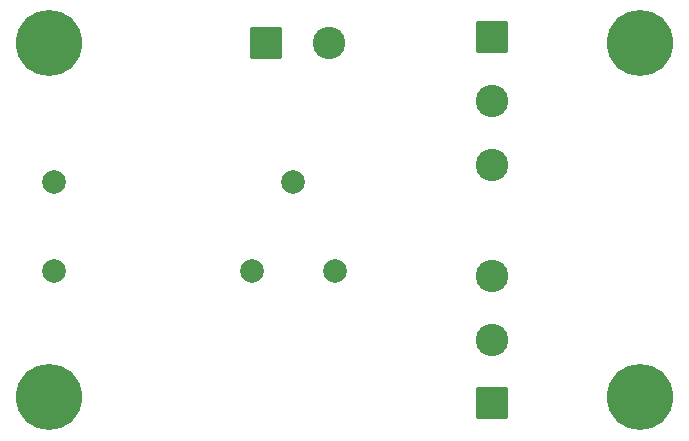
<source format=gbr>
%TF.GenerationSoftware,KiCad,Pcbnew,(6.0.5)*%
%TF.CreationDate,2023-01-10T19:29:17-05:00*%
%TF.ProjectId,Switched-Outlet-Switcher,53776974-6368-4656-942d-4f75746c6574,rev?*%
%TF.SameCoordinates,Original*%
%TF.FileFunction,Soldermask,Bot*%
%TF.FilePolarity,Negative*%
%FSLAX46Y46*%
G04 Gerber Fmt 4.6, Leading zero omitted, Abs format (unit mm)*
G04 Created by KiCad (PCBNEW (6.0.5)) date 2023-01-10 19:29:17*
%MOMM*%
%LPD*%
G01*
G04 APERTURE LIST*
G04 Aperture macros list*
%AMRoundRect*
0 Rectangle with rounded corners*
0 $1 Rounding radius*
0 $2 $3 $4 $5 $6 $7 $8 $9 X,Y pos of 4 corners*
0 Add a 4 corners polygon primitive as box body*
4,1,4,$2,$3,$4,$5,$6,$7,$8,$9,$2,$3,0*
0 Add four circle primitives for the rounded corners*
1,1,$1+$1,$2,$3*
1,1,$1+$1,$4,$5*
1,1,$1+$1,$6,$7*
1,1,$1+$1,$8,$9*
0 Add four rect primitives between the rounded corners*
20,1,$1+$1,$2,$3,$4,$5,0*
20,1,$1+$1,$4,$5,$6,$7,0*
20,1,$1+$1,$6,$7,$8,$9,0*
20,1,$1+$1,$8,$9,$2,$3,0*%
G04 Aperture macros list end*
%ADD10C,5.600000*%
%ADD11RoundRect,0.250000X1.125000X-1.125000X1.125000X1.125000X-1.125000X1.125000X-1.125000X-1.125000X0*%
%ADD12C,2.750000*%
%ADD13RoundRect,0.250000X-1.125000X1.125000X-1.125000X-1.125000X1.125000X-1.125000X1.125000X1.125000X0*%
%ADD14RoundRect,0.250000X-1.125000X-1.125000X1.125000X-1.125000X1.125000X1.125000X-1.125000X1.125000X0*%
%ADD15C,2.006600*%
G04 APERTURE END LIST*
D10*
%TO.C,REF\u002A\u002A*%
X185000000Y-126000000D03*
%TD*%
D11*
%TO.C,P2*%
X172500000Y-126500000D03*
D12*
X172500000Y-121100000D03*
X172500000Y-115700000D03*
%TD*%
D10*
%TO.C,REF\u002A\u002A*%
X135000000Y-96000000D03*
%TD*%
%TO.C,REF\u002A\u002A*%
X135000000Y-126000000D03*
%TD*%
D13*
%TO.C,P1*%
X172500000Y-95500000D03*
D12*
X172500000Y-100900000D03*
X172500000Y-106300000D03*
%TD*%
D14*
%TO.C,SW1*%
X153300000Y-96000000D03*
D12*
X158700000Y-96000000D03*
%TD*%
D10*
%TO.C,REF\u002A\u002A*%
X185000000Y-96000000D03*
%TD*%
D15*
%TO.C,U1*%
X135358800Y-115280000D03*
X152158802Y-115280000D03*
X159158803Y-115280000D03*
X155658803Y-107720000D03*
X135358800Y-107720000D03*
%TD*%
M02*

</source>
